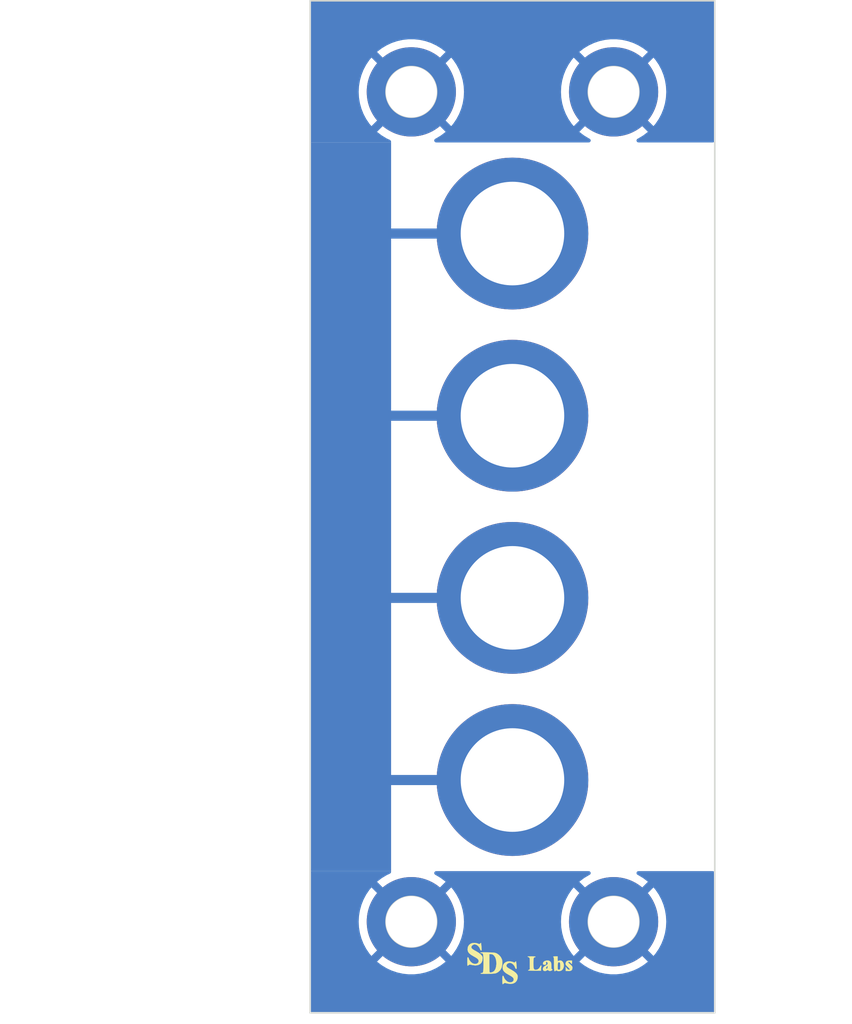
<source format=kicad_pcb>
(kicad_pcb (version 20221018) (generator pcbnew)
  (layers (0 "F.Cu" signal) (31 "B.Cu" signal) (34 "B.Paste" user) (35 "F.Paste" user) (36 "B.SilkS" user "B.Silkscreen") (37 "F.SilkS" user "F.Silkscreen") (38 "B.Mask" user) (39 "F.Mask" user) (44 "Edge.Cuts" user))
  (net 0 "")
  (net 1 "GND")
  (footprint "sdsLogos:sdsLabs-small-fSilk" (layer "F.Cu") (at 140.335 123.825)
    (fp_text reference "G***" hide)
    (fp_text value "LOGO" hide)
    (fp_poly (pts (xy 3.104444 -0.100614) (xy 3.104444 0.006137) (xy 3.100827 0.07456) (xy 3.091849 0.111034) (xy 3.08898 0.112889) (xy 3.062121 0.093639) (xy 3.016447 0.04642) (xy 3.00876 0.037607) (xy 2.950036 -0.014193) (xy 2.897474 -0.019472) (xy 2.890169 -0.01699) (xy 2.866829 -0.001831) (xy 2.871226 0.022273) (xy 2.908897 0.064029) (xy 2.9845 0.131389) (xy 3.066035 0.206148) (xy 3.111322 0.262859) (xy 3.130085 0.316222) (xy 3.132667 0.355318) (xy 3.114685 0.457762) (xy 3.058365 0.523186) (xy 2.960143 0.554274) (xy 2.864898 0.557059) (xy 2.70936 0.550333) (xy 2.70966 0.423333) (xy 2.709959 0.296333) (xy 2.782247 0.388055) (xy 2.840873 0.444885) (xy 2.89991 0.476006) (xy 2.945445 0.477086) (xy 2.963563 0.4445) (xy 2.943768 0.408572) (xy 2.892071 0.350689) (xy 2.831859 0.294302) (xy 2.754675 0.221) (xy 2.714277 0.162733) (xy 2.700436 0.103299) (xy 2.699926 0.085293) (xy 2.722067 -0.01357) (xy 2.788234 -0.077318) (xy 2.898042 -0.105674) (xy 2.966303 -0.106625) (xy 3.104444 -0.100614)) (stroke (width 0.01)) (fill solid) (layer "F.SilkS"))
    (fp_poly (pts (xy 0.686151 -0.363929) (xy 0.772968 -0.355735) (xy 0.815631 -0.343336) (xy 0.818444 -0.338667) (xy 0.794958 -0.315282) (xy 0.765292 -0.310445) (xy 0.729488 -0.300595) (xy 0.704589 -0.265878) (xy 0.688836 -0.198545) (xy 0.680473 -0.090847) (xy 0.677741 0.064964) (xy 0.677719 0.075773) (xy 0.680581 0.237303) (xy 0.69168 0.350503) (xy 0.713941 0.423238) (xy 0.750291 0.463374) (xy 0.803657 0.478774) (xy 0.828051 0.479777) (xy 0.942192 0.453257) (xy 1.039117 0.380285) (xy 1.10027 0.283178) (xy 1.13684 0.217397) (xy 1.166339 0.199711) (xy 1.180198 0.229824) (xy 1.17475 0.28575) (xy 1.161593 0.378775) (xy 1.157111 0.455083) (xy 1.157111 0.536222) (xy 0.726722 0.535092) (xy 0.563833 0.534288) (xy 0.450786 0.532335) (xy 0.380977 0.528424) (xy 0.347806 0.521745) (xy 0.34467 0.51149) (xy 0.364968 0.496849) (xy 0.373944 0.491857) (xy 0.451556 0.449752) (xy 0.451556 0.083066) (xy 0.451243 -0.066557) (xy 0.449144 -0.169442) (xy 0.443519 -0.235295) (xy 0.432628 -0.273823) (xy 0.41473 -0.294733) (xy 0.388085 -0.30773) (xy 0.381 -0.310445) (xy 0.328909 -0.335097) (xy 0.310444 -0.35208) (xy 0.336565 -0.358602) (xy 0.406533 -0.363658) (xy 0.507754 -0.366515) (xy 0.564444 -0.366889) (xy 0.686151 -0.363929)) (stroke (width 0.01)) (fill solid) (layer "F.SilkS"))
    (fp_poly (pts (xy 2.201333 -0.210674) (xy 2.202871 -0.122611) (xy 2.210614 -0.080053) (xy 2.229255 -0.072082) (xy 2.255922 -0.083674) (xy 2.356514 -0.110783) (xy 2.449439 -0.087811) (xy 2.525607 -0.021107) (xy 2.575925 0.082983) (xy 2.588727 0.14863) (xy 2.584016 0.304095) (xy 2.533089 0.431539) (xy 2.461818 0.508956) (xy 2.384804 0.546788) (xy 2.291129 0.563284) (xy 2.203914 0.556836) (xy 2.150533 0.530577) (xy 2.112129 0.511242) (xy 2.0828 0.530577) (xy 2.044924 0.56267) (xy 2.017019 0.568573) (xy 1.99762 0.542774) (xy 1.985262 0.479758) (xy 1.97848 0.374014) (xy 1.977418 0.312787) (xy 2.204753 0.312787) (xy 2.20701 0.396514) (xy 2.213172 0.4417) (xy 2.250117 0.474339) (xy 2.304535 0.47522) (xy 2.348164 0.445665) (xy 2.353536 0.435136) (xy 2.364956 0.374288) (xy 2.369712 0.283218) (xy 2.36821 0.182755) (xy 2.360857 0.093725) (xy 2.348058 0.036958) (xy 2.345686 0.032501) (xy 2.301009 0.00517) (xy 2.268507 0.00457) (xy 2.239562 0.018455) (xy 2.221913 0.054696) (xy 2.211834 0.125688) (xy 2.207002 0.209158) (xy 2.204753 0.312787) (xy 1.977418 0.312787) (xy 1.975808 0.220028) (xy 1.975556 0.127) (xy 1.973786 -0.049259) (xy 1.968676 -0.183839) (xy 1.960524 -0.27212) (xy 1.949628 -0.309483) (xy 1.947333 -0.310445) (xy 1.919931 -0.331921) (xy 1.919111 -0.338667) (xy 1.944493 -0.354766) (xy 2.009392 -0.364985) (xy 2.060222 -0.366889) (xy 2.201333 -0.366889) (xy 2.201333 -0.210674)) (stroke (width 0.01)) (fill solid) (layer "F.SilkS"))
    (fp_poly (pts (xy 1.66413 -0.093493) (xy 1.736949 -0.043617) (xy 1.772984 -0.00118) (xy 1.793889 0.047139) (xy 1.803639 0.117626) (xy 1.806207 0.226565) (xy 1.806222 0.240271) (xy 1.809358 0.345655) (xy 1.817912 0.415237) (xy 1.830606 0.439357) (xy 1.832494 0.438649) (xy 1.865378 0.43654) (xy 1.875879 0.465546) (xy 1.855647 0.50211) (xy 1.855142 0.502533) (xy 1.775474 0.544203) (xy 1.69188 0.551463) (xy 1.627079 0.52238) (xy 1.588026 0.492277) (xy 1.550079 0.49953) (xy 1.517965 0.520339) (xy 1.43021 0.560072) (xy 1.345912 0.547547) (xy 1.319389 0.533961) (xy 1.278651 0.481564) (xy 1.2732 0.406349) (xy 1.282544 0.380996) (xy 1.47776 0.380996) (xy 1.507 0.417695) (xy 1.539841 0.407034) (xy 1.566327 0.356444) (xy 1.575191 0.308271) (xy 1.584049 0.211666) (xy 1.521881 0.272816) (xy 1.478735 0.336602) (xy 1.47776 0.380996) (xy 1.282544 0.380996) (xy 1.301862 0.328586) (xy 1.3335 0.290443) (xy 1.404391 0.2365) (xy 1.487886 0.186433) (xy 1.490441 0.185132) (xy 1.554044 0.144014) (xy 1.576071 0.097713) (xy 1.575108 0.062127) (xy 1.548865 -0.003301) (xy 1.512908 -0.023772) (xy 1.47483 -0.021213) (xy 1.473022 0.017102) (xy 1.4757 0.028097) (xy 1.480902 0.111253) (xy 1.443144 0.157918) (xy 1.381771 0.169333) (xy 1.311572 0.151076) (xy 1.278599 0.105002) (xy 1.28114 0.044155) (xy 1.317482 -0.018418) (xy 1.385912 -0.069672) (xy 1.414727 -0.081699) (xy 1.553016 -0.111415) (xy 1.66413 -0.093493)) (stroke (width 0.01)) (fill solid) (layer "F.SilkS"))
    (fp_poly (pts (xy -2.262419 -0.617511) (xy -2.194278 -0.616262) (xy -2.019862 -0.612036) (xy -1.891101 -0.606713) (xy -1.797204 -0.598866) (xy -1.727384 -0.587071) (xy -1.670849 -0.569899) (xy -1.616812 -0.545926) (xy -1.600634 -0.537788) (xy -1.474868 -0.447503) (xy -1.369193 -0.323031) (xy -1.297955 -0.183108) (xy -1.280982 -0.120244) (xy -1.273507 -0.039244) (xy -1.272871 0.070807) (xy -1.277484 0.161289) (xy -1.315629 0.345786) (xy -1.398593 0.496495) (xy -1.527861 0.615798) (xy -1.581698 0.649111) (xy -1.631536 0.675227) (xy -1.680546 0.69426) (xy -1.738977 0.707571) (xy -1.817076 0.716526) (xy -1.925092 0.722486) (xy -2.073272 0.726816) (xy -2.183334 0.729152) (xy -2.372668 0.731673) (xy -2.509093 0.730485) (xy -2.596034 0.725428) (xy -2.636916 0.716345) (xy -2.64028 0.707985) (xy -2.59861 0.681258) (xy -2.572201 0.677333) (xy -2.533977 0.673473) (xy -2.505086 0.657323) (xy -2.484236 0.622028) (xy -2.470138 0.560732) (xy -2.461501 0.466581) (xy -2.457035 0.33272) (xy -2.455451 0.152293) (xy -2.455333 0.056444) (xy -2.455969 -0.146178) (xy -2.458858 -0.299266) (xy -2.465477 -0.409726) (xy -2.477301 -0.484461) (xy -2.486786 -0.508) (xy -2.088444 -0.508) (xy -2.088444 0.05174) (xy -2.087422 0.224255) (xy -2.084573 0.377366) (xy -2.08022 0.502154) (xy -2.07469 0.5897) (xy -2.068307 0.631084) (xy -2.067278 0.632777) (xy -2.016292 0.648563) (xy -1.939442 0.636098) (xy -1.855707 0.601404) (xy -1.784071 0.550504) (xy -1.773431 0.539539) (xy -1.706938 0.429988) (xy -1.66362 0.284276) (xy -1.644454 0.118138) (xy -1.650416 -0.05269) (xy -1.682483 -0.212474) (xy -1.720781 -0.308927) (xy -1.800467 -0.425676) (xy -1.896122 -0.490691) (xy -1.995946 -0.508) (xy -2.088444 -0.508) (xy -2.486786 -0.508) (xy -2.495804 -0.530378) (xy -2.522463 -0.554381) (xy -2.558751 -0.563376) (xy -2.587978 -0.564445) (xy -2.638238 -0.575754) (xy -2.652889 -0.595095) (xy -2.629735 -0.607464) (xy -2.558607 -0.615246) (xy -2.437002 -0.618557) (xy -2.262419 -0.617511)) (stroke (width 0.01)) (fill solid) (layer "F.SilkS"))
    (fp_poly (pts (xy -2.861246 -1.187928) (xy -2.806075 -1.168553) (xy -2.735987 -1.141982) (xy -2.697179 -1.139909) (xy -2.669754 -1.163023) (xy -2.661809 -1.173549) (xy -2.628525 -1.20821) (xy -2.613334 -1.211496) (xy -2.605573 -1.179708) (xy -2.59535 -1.105656) (xy -2.584506 -1.003357) (xy -2.581176 -0.966611) (xy -2.572519 -0.850848) (xy -2.571923 -0.780532) (xy -2.580419 -0.745104) (xy -2.599033 -0.734007) (xy -2.603852 -0.733778) (xy -2.641285 -0.757986) (xy -2.665817 -0.809668) (xy -2.714147 -0.921282) (xy -2.792159 -1.016445) (xy -2.887151 -1.08532) (xy -2.986421 -1.118071) (xy -3.057127 -1.112684) (xy -3.148653 -1.065554) (xy -3.20531 -0.996845) (xy -3.217333 -0.945445) (xy -3.209431 -0.899635) (xy -3.180583 -0.855974) (xy -3.12308 -0.80794) (xy -3.029212 -0.74901) (xy -2.901298 -0.678049) (xy -2.73421 -0.575372) (xy -2.60993 -0.471541) (xy -2.532804 -0.370853) (xy -2.507389 -0.288296) (xy -2.519728 -0.117448) (xy -2.575397 0.020082) (xy -2.67031 0.121594) (xy -2.800379 0.184387) (xy -2.961516 0.205762) (xy -3.149634 0.183019) (xy -3.2011 0.169927) (xy -3.284304 0.149913) (xy -3.334897 0.150144) (xy -3.373364 0.171715) (xy -3.382429 0.179609) (xy -3.428771 0.215264) (xy -3.452389 0.225777) (xy -3.460529 0.199601) (xy -3.466918 0.129244) (xy -3.470688 0.026963) (xy -3.471333 -0.042334) (xy -3.469504 -0.172622) (xy -3.463195 -0.255065) (xy -3.451175 -0.29817) (xy -3.432528 -0.310445) (xy -3.399914 -0.286044) (xy -3.377577 -0.229719) (xy -3.337446 -0.134156) (xy -3.263081 -0.035151) (xy -3.171332 0.046732) (xy -3.130707 0.071569) (xy -3.020644 0.107078) (xy -2.916143 0.104236) (xy -2.829612 0.067636) (xy -2.773456 0.001872) (xy -2.758722 -0.066141) (xy -2.767349 -0.126358) (xy -2.798333 -0.180711) (xy -2.859325 -0.236411) (xy -2.957979 -0.300666) (xy -3.080283 -0.369075) (xy -3.239138 -0.463816) (xy -3.34934 -0.553674) (xy -3.417271 -0.646312) (xy -3.449312 -0.749392) (xy -3.453966 -0.817839) (xy -3.432436 -0.963129) (xy -3.365209 -1.07756) (xy -3.265189 -1.158353) (xy -3.148071 -1.201496) (xy -3.006295 -1.211513) (xy -2.861246 -1.187928)) (stroke (width 0.01)) (fill solid) (layer "F.SilkS"))
    (fp_poly (pts (xy -0.659912 -0.030817) (xy -0.604742 -0.011442) (xy -0.534654 0.015129) (xy -0.495846 0.017202) (xy -0.468421 -0.005912) (xy -0.460476 -0.016437) (xy -0.427192 -0.051099) (xy -0.412001 -0.054385) (xy -0.40424 -0.022597) (xy -0.394017 0.051455) (xy -0.383172 0.153754) (xy -0.379843 0.1905) (xy -0.371185 0.306263) (xy -0.37059 0.376579) (xy -0.379085 0.412007) (xy -0.397699 0.423104) (xy -0.402519 0.423333) (xy -0.439951 0.399125) (xy -0.464484 0.347443) (xy -0.512814 0.235829) (xy -0.590826 0.140666) (xy -0.685818 0.071791) (xy -0.785088 0.03904) (xy -0.855794 0.044427) (xy -0.94732 0.091557) (xy -1.003977 0.160266) (xy -1.016 0.211666) (xy -1.008097 0.257476) (xy -0.979249 0.301137) (xy -0.921746 0.349171) (xy -0.827879 0.408101) (xy -0.699965 0.479062) (xy -0.532876 0.581739) (xy -0.408597 0.68557) (xy -0.33147 0.786258) (xy -0.306055 0.868815) (xy -0.318394 1.039664) (xy -0.374064 1.177194) (xy -0.468977 1.278705) (xy -0.599045 1.341498) (xy -0.760182 1.362873) (xy -0.9483 1.34013) (xy -0.999767 1.327038) (xy -1.08297 1.307024) (xy -1.133563 1.307255) (xy -1.172031 1.328826) (xy -1.181096 1.33672) (xy -1.227438 1.372375) (xy -1.251056 1.382889) (xy -1.259196 1.356713) (xy -1.265584 1.286356) (xy -1.269354 1.184074) (xy -1.27 1.114777) (xy -1.268171 0.984489) (xy -1.261862 0.902046) (xy -1.249842 0.858941) (xy -1.231194 0.846666) (xy -1.198581 0.871067) (xy -1.176244 0.927392) (xy -1.136112 1.022955) (xy -1.061747 1.121961) (xy -0.969998 1.203843) (xy -0.929373 1.22868) (xy -0.81931 1.264189) (xy -0.71481 1.261347) (xy -0.628279 1.224747) (xy -0.572123 1.158983) (xy -0.557389 1.09097) (xy -0.566016 1.030753) (xy -0.596999 0.9764) (xy -0.657992 0.9207) (xy -0.756645 0.856446) (xy -0.87895 0.788036) (xy -1.037804 0.693295) (xy -1.148007 0.603437) (xy -1.215938 0.510799) (xy -1.247979 0.40772) (xy -1.252633 0.339272) (xy -1.231103 0.193982) (xy -1.163876 0.079551) (xy -1.063856 -0.001242) (xy -0.946737 -0.044385) (xy -0.804961 -0.054402) (xy -0.659912 -0.030817)) (stroke (width 0.01)) (fill solid) (layer "F.SilkS"))
  )
  (footprint "MountingHole:MountingHole_3.2mm_M3_DIN965_Pad" (layer "F.Cu") (at 133.35 69.215)
    (fp_text reference "REF**" hide)
    (fp_text value "MountingHole_3.2mm_M3_DIN965_Pad")
    (pad "1" thru_hole circle (at 0 0) (size 5.6 5.6) (drill 3.2) (layers "*.Cu" "*.Mask") (net 1 "GND"))
  )
  (footprint "MountingHole:MountingHole_6.5mm_Pad" (layer "F.Cu") (at 114.3 90.28)
    (fp_text reference "J2" hide)
    (fp_text value "Conn_01x01_Pin")
    (pad "1" thru_hole circle (at 25.4 -12.175) (size 9.525 9.525) (drill 6.5) (layers "*.Cu" "*.Mask") (net 1 "GND"))
  )
  (footprint "MountingHole:MountingHole_6.5mm_Pad" (layer "F.Cu") (at 114.3 104.83)
    (fp_text reference "J3" hide)
    (fp_text value "Conn_01x01_Pin")
    (pad "1" thru_hole circle (at 25.4 -15.295) (size 9.525 9.525) (drill 6.5) (layers "*.Cu" "*.Mask") (net 1 "GND"))
  )
  (footprint "MountingHole:MountingHole_3.2mm_M3_DIN965_Pad" (layer "F.Cu") (at 133.35 121.92)
    (fp_text reference "REF**" hide)
    (fp_text value "MountingHole_3.2mm_M3_DIN965_Pad")
    (pad "1" thru_hole circle (at 0 -0.635) (size 5.6 5.6) (drill 3.2) (layers "*.Cu" "*.Mask") (net 1 "GND"))
  )
  (footprint "MountingHole:MountingHole_6.5mm_Pad" (layer "F.Cu") (at 114.3 75.73)
    (fp_text reference "J1" hide)
    (fp_text value "Conn_01x01_Pin")
    (pad "1" thru_hole circle (at 25.4 36.665) (size 9.525 9.525) (drill 6.5) (layers "*.Cu" "*.Mask") (net 1 "GND"))
  )
  (footprint "MountingHole:MountingHole_3.2mm_M3_DIN965_Pad" (layer "F.Cu") (at 146.05 69.215)
    (fp_text reference "REF**" hide)
    (fp_text value "MountingHole_3.2mm_M3_DIN965_Pad")
    (pad "1" thru_hole circle (at 0 0) (size 5.6 5.6) (drill 3.2) (layers "*.Cu" "*.Mask") (net 1 "GND"))
  )
  (footprint "MountingHole:MountingHole_3.2mm_M3_DIN965_Pad" (layer "F.Cu") (at 146.685 121.92)
    (fp_text reference "REF**" hide)
    (fp_text value "MountingHole_3.2mm_M3_DIN965_Pad")
    (pad "1" thru_hole circle (at -0.635 -0.635) (size 5.6 5.6) (drill 3.2) (layers "*.Cu" "*.Mask") (net 1 "GND"))
  )
  (footprint "MountingHole:MountingHole_6.5mm_Pad" (layer "F.Cu") (at 114.3 119.38)
    (fp_text reference "J4" hide)
    (fp_text value "Conn_01x01_Pin")
    (pad "1" thru_hole circle (at 25.4 -18.415) (size 9.525 9.525) (drill 6.5) (layers "*.Cu" "*.Mask") (net 1 "GND"))
  )
  (gr_line (start 127 127) (end 152.4 127) (stroke (width 0.1)) (layer "Edge.Cuts"))
  (gr_line (start 152.4 127) (end 152.4 63.5) (stroke (width 0.1)) (layer "Edge.Cuts"))
  (gr_circle (center 146.05 121.285) (end 147.6375 121.285) (stroke (width 0.1)) (fill none) (layer "Edge.Cuts"))
  (gr_circle (center 133.35 69.215) (end 134.9375 69.215) (stroke (width 0.1)) (fill none) (layer "Edge.Cuts"))
  (gr_line (start 152.4 63.5) (end 127 63.5) (stroke (width 0.1)) (layer "Edge.Cuts"))
  (gr_line (start 127 63.5) (end 127 127) (stroke (width 0.1)) (layer "Edge.Cuts"))
  (gr_circle (center 133.35 121.285) (end 134.9375 121.285) (stroke (width 0.1)) (fill none) (layer "Edge.Cuts"))
  (gr_circle (center 146.05 69.215) (end 147.6375 69.215) (stroke (width 0.1)) (fill none) (layer "Edge.Cuts"))
  (segment (start 130.81 100.33) (end 130.81 100.965) (width 0.25) (layer "B.Cu") (net 1))
  (segment (start 130.81 100.965) (end 139.7 100.965) (width 0.635) (layer "B.Cu") (net 1))
  (segment (start 130.81 89.535) (end 130.81 100.33) (width 0.635) (layer "B.Cu") (net 1))
  (segment (start 130.81 89.535) (end 139.7 89.535) (width 0.635) (layer "B.Cu") (net 1))
  (segment (start 130.81 78.105) (end 130.81 89.535) (width 0.635) (layer "B.Cu") (net 1))
  (segment (start 130.81 100.33) (end 130.81 112.395) (width 0.635) (layer "B.Cu") (net 1))
  (segment (start 130.81 112.395) (end 139.7 112.395) (width 0.635) (layer "B.Cu") (net 1))
  (segment (start 139.7 78.105) (end 130.81 78.105) (width 0.635) (layer "B.Cu") (net 1))
  (zone (net 1) (net_name "GND") (layer "B.Cu") (priority 1) (connect_pads (clearance 0.5)) (min_thickness 0.25) (fill yes (thermal_gap 0.5) (thermal_bridge_width 0.5) (island_removal_mode 1) (island_area_min 9.999999))
    (polygon (pts (xy 127 127) (xy 127 118.11) (xy 152.4 118.11) (xy 152.4 127)))
  )
  (zone (net 1) (net_name "GND") (layer "B.Cu") (connect_pads (clearance 0.5)) (min_thickness 0.25) (fill yes (thermal_gap 0.5) (thermal_bridge_width 0.5) (island_removal_mode 1) (island_area_min 9.999999))
    (polygon (pts (xy 127 63.5) (xy 152.4 63.5) (xy 152.4 72.39) (xy 127 72.39)))
  )
  (zone (net 1) (net_name "GND") (layer "B.Cu") (priority 2) (connect_pads (clearance 0.5)) (min_thickness 0.25) (fill yes (thermal_gap 0.5) (thermal_bridge_width 0.5) (island_removal_mode 1) (island_area_min 9.999999))
    (polygon (pts (xy 127 72.39) (xy 132.08 72.39) (xy 132.08 118.11) (xy 127 118.11)))
  )
)
</source>
